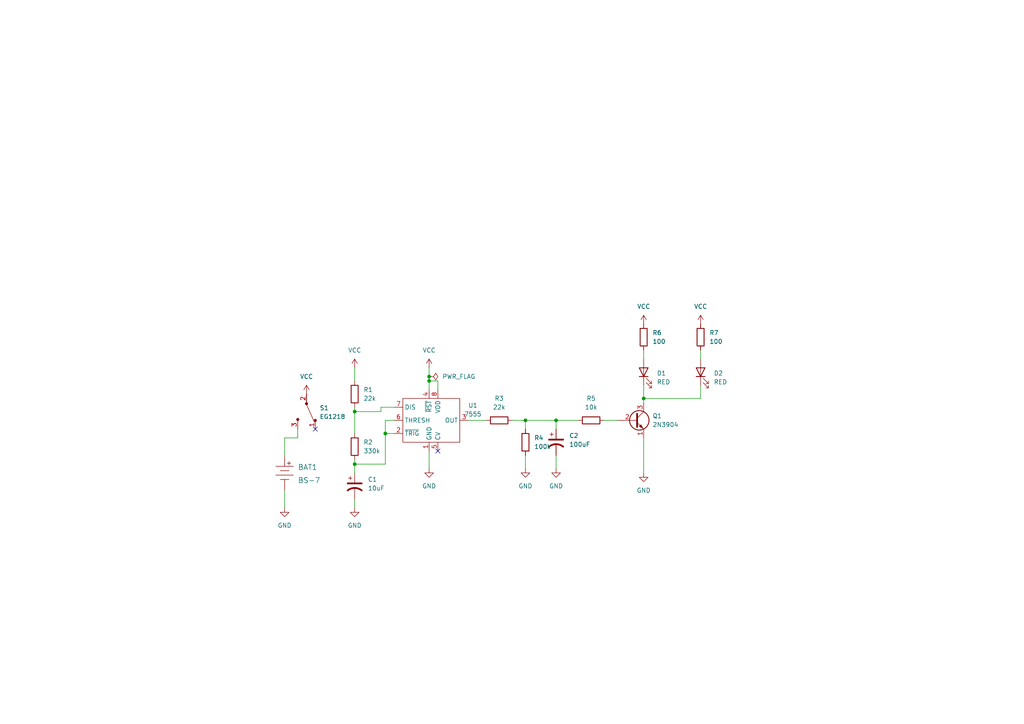
<source format=kicad_sch>
(kicad_sch (version 20211123) (generator eeschema)

  (uuid f2b5b883-ecee-4716-8107-39abb35f1981)

  (paper "A4")

  (title_block
    (title "555 Timer PTH")
    (date "2022-09-02")
    (rev "V1")
    (company "TU ECE 4110")
    (comment 1 "Rob L Bara")
    (comment 2 "Project 2")
  )

  (lib_symbols
    (symbol "555 Timer PTH:7555" (in_bom yes) (on_board yes)
      (property "Reference" "U1" (id 0) (at -6.35 5.08 0)
        (effects (font (size 1.27 1.27)))
      )
      (property "Value" "7555" (id 1) (at 6.35 -10.16 0)
        (effects (font (size 1.27 1.27)))
      )
      (property "Footprint" "" (id 2) (at 0 0 0)
        (effects (font (size 1.27 1.27)) hide)
      )
      (property "Datasheet" "" (id 3) (at 0 0 0)
        (effects (font (size 1.27 1.27)) hide)
      )
      (symbol "7555_0_1"
        (rectangle (start -7.62 3.81) (end 8.89 -8.89)
          (stroke (width 0) (type default) (color 0 0 0 0))
          (fill (type none))
        )
      )
      (symbol "7555_1_1"
        (pin input line (at 0 -11.43 90) (length 2.54)
          (name "GND" (effects (font (size 1.27 1.27))))
          (number "1" (effects (font (size 1.27 1.27))))
        )
        (pin input line (at -10.16 -6.35 0) (length 2.54)
          (name "~{TRIG}" (effects (font (size 1.27 1.27))))
          (number "2" (effects (font (size 1.27 1.27))))
        )
        (pin output line (at 11.43 -2.54 180) (length 2.54)
          (name "OUT" (effects (font (size 1.27 1.27))))
          (number "3" (effects (font (size 1.27 1.27))))
        )
        (pin input line (at 0 6.35 270) (length 2.54)
          (name "~{RST}" (effects (font (size 1.27 1.27))))
          (number "4" (effects (font (size 1.27 1.27))))
        )
        (pin input line (at 2.54 -11.43 90) (length 2.54)
          (name "CV" (effects (font (size 1.27 1.27))))
          (number "5" (effects (font (size 1.27 1.27))))
        )
        (pin input line (at -10.16 -2.54 0) (length 2.54)
          (name "THRESH" (effects (font (size 1.27 1.27))))
          (number "6" (effects (font (size 1.27 1.27))))
        )
        (pin input line (at -10.16 1.27 0) (length 2.54)
          (name "DIS" (effects (font (size 1.27 1.27))))
          (number "7" (effects (font (size 1.27 1.27))))
        )
        (pin input line (at 2.54 6.35 270) (length 2.54)
          (name "VDD" (effects (font (size 1.27 1.27))))
          (number "8" (effects (font (size 1.27 1.27))))
        )
      )
    )
    (symbol "Device:C_Polarized_US" (pin_numbers hide) (pin_names (offset 0.254) hide) (in_bom yes) (on_board yes)
      (property "Reference" "C" (id 0) (at 0.635 2.54 0)
        (effects (font (size 1.27 1.27)) (justify left))
      )
      (property "Value" "C_Polarized_US" (id 1) (at 0.635 -2.54 0)
        (effects (font (size 1.27 1.27)) (justify left))
      )
      (property "Footprint" "" (id 2) (at 0 0 0)
        (effects (font (size 1.27 1.27)) hide)
      )
      (property "Datasheet" "~" (id 3) (at 0 0 0)
        (effects (font (size 1.27 1.27)) hide)
      )
      (property "ki_keywords" "cap capacitor" (id 4) (at 0 0 0)
        (effects (font (size 1.27 1.27)) hide)
      )
      (property "ki_description" "Polarized capacitor, US symbol" (id 5) (at 0 0 0)
        (effects (font (size 1.27 1.27)) hide)
      )
      (property "ki_fp_filters" "CP_*" (id 6) (at 0 0 0)
        (effects (font (size 1.27 1.27)) hide)
      )
      (symbol "C_Polarized_US_0_1"
        (polyline
          (pts
            (xy -2.032 0.762)
            (xy 2.032 0.762)
          )
          (stroke (width 0.508) (type default) (color 0 0 0 0))
          (fill (type none))
        )
        (polyline
          (pts
            (xy -1.778 2.286)
            (xy -0.762 2.286)
          )
          (stroke (width 0) (type default) (color 0 0 0 0))
          (fill (type none))
        )
        (polyline
          (pts
            (xy -1.27 1.778)
            (xy -1.27 2.794)
          )
          (stroke (width 0) (type default) (color 0 0 0 0))
          (fill (type none))
        )
        (arc (start 2.032 -1.27) (mid 0 -0.5572) (end -2.032 -1.27)
          (stroke (width 0.508) (type default) (color 0 0 0 0))
          (fill (type none))
        )
      )
      (symbol "C_Polarized_US_1_1"
        (pin passive line (at 0 3.81 270) (length 2.794)
          (name "~" (effects (font (size 1.27 1.27))))
          (number "1" (effects (font (size 1.27 1.27))))
        )
        (pin passive line (at 0 -3.81 90) (length 3.302)
          (name "~" (effects (font (size 1.27 1.27))))
          (number "2" (effects (font (size 1.27 1.27))))
        )
      )
    )
    (symbol "Device:LED" (pin_numbers hide) (pin_names (offset 1.016) hide) (in_bom yes) (on_board yes)
      (property "Reference" "D" (id 0) (at 0 2.54 0)
        (effects (font (size 1.27 1.27)))
      )
      (property "Value" "LED" (id 1) (at 0 -2.54 0)
        (effects (font (size 1.27 1.27)))
      )
      (property "Footprint" "" (id 2) (at 0 0 0)
        (effects (font (size 1.27 1.27)) hide)
      )
      (property "Datasheet" "~" (id 3) (at 0 0 0)
        (effects (font (size 1.27 1.27)) hide)
      )
      (property "ki_keywords" "LED diode" (id 4) (at 0 0 0)
        (effects (font (size 1.27 1.27)) hide)
      )
      (property "ki_description" "Light emitting diode" (id 5) (at 0 0 0)
        (effects (font (size 1.27 1.27)) hide)
      )
      (property "ki_fp_filters" "LED* LED_SMD:* LED_THT:*" (id 6) (at 0 0 0)
        (effects (font (size 1.27 1.27)) hide)
      )
      (symbol "LED_0_1"
        (polyline
          (pts
            (xy -1.27 -1.27)
            (xy -1.27 1.27)
          )
          (stroke (width 0.254) (type default) (color 0 0 0 0))
          (fill (type none))
        )
        (polyline
          (pts
            (xy -1.27 0)
            (xy 1.27 0)
          )
          (stroke (width 0) (type default) (color 0 0 0 0))
          (fill (type none))
        )
        (polyline
          (pts
            (xy 1.27 -1.27)
            (xy 1.27 1.27)
            (xy -1.27 0)
            (xy 1.27 -1.27)
          )
          (stroke (width 0.254) (type default) (color 0 0 0 0))
          (fill (type none))
        )
        (polyline
          (pts
            (xy -3.048 -0.762)
            (xy -4.572 -2.286)
            (xy -3.81 -2.286)
            (xy -4.572 -2.286)
            (xy -4.572 -1.524)
          )
          (stroke (width 0) (type default) (color 0 0 0 0))
          (fill (type none))
        )
        (polyline
          (pts
            (xy -1.778 -0.762)
            (xy -3.302 -2.286)
            (xy -2.54 -2.286)
            (xy -3.302 -2.286)
            (xy -3.302 -1.524)
          )
          (stroke (width 0) (type default) (color 0 0 0 0))
          (fill (type none))
        )
      )
      (symbol "LED_1_1"
        (pin passive line (at -3.81 0 0) (length 2.54)
          (name "K" (effects (font (size 1.27 1.27))))
          (number "1" (effects (font (size 1.27 1.27))))
        )
        (pin passive line (at 3.81 0 180) (length 2.54)
          (name "A" (effects (font (size 1.27 1.27))))
          (number "2" (effects (font (size 1.27 1.27))))
        )
      )
    )
    (symbol "Device:R" (pin_numbers hide) (pin_names (offset 0)) (in_bom yes) (on_board yes)
      (property "Reference" "R" (id 0) (at 2.032 0 90)
        (effects (font (size 1.27 1.27)))
      )
      (property "Value" "R" (id 1) (at 0 0 90)
        (effects (font (size 1.27 1.27)))
      )
      (property "Footprint" "" (id 2) (at -1.778 0 90)
        (effects (font (size 1.27 1.27)) hide)
      )
      (property "Datasheet" "~" (id 3) (at 0 0 0)
        (effects (font (size 1.27 1.27)) hide)
      )
      (property "ki_keywords" "R res resistor" (id 4) (at 0 0 0)
        (effects (font (size 1.27 1.27)) hide)
      )
      (property "ki_description" "Resistor" (id 5) (at 0 0 0)
        (effects (font (size 1.27 1.27)) hide)
      )
      (property "ki_fp_filters" "R_*" (id 6) (at 0 0 0)
        (effects (font (size 1.27 1.27)) hide)
      )
      (symbol "R_0_1"
        (rectangle (start -1.016 -2.54) (end 1.016 2.54)
          (stroke (width 0.254) (type default) (color 0 0 0 0))
          (fill (type none))
        )
      )
      (symbol "R_1_1"
        (pin passive line (at 0 3.81 270) (length 1.27)
          (name "~" (effects (font (size 1.27 1.27))))
          (number "1" (effects (font (size 1.27 1.27))))
        )
        (pin passive line (at 0 -3.81 90) (length 1.27)
          (name "~" (effects (font (size 1.27 1.27))))
          (number "2" (effects (font (size 1.27 1.27))))
        )
      )
    )
    (symbol "Transistor_BJT:2N3904" (pin_names (offset 0) hide) (in_bom yes) (on_board yes)
      (property "Reference" "Q" (id 0) (at 5.08 1.905 0)
        (effects (font (size 1.27 1.27)) (justify left))
      )
      (property "Value" "2N3904" (id 1) (at 5.08 0 0)
        (effects (font (size 1.27 1.27)) (justify left))
      )
      (property "Footprint" "Package_TO_SOT_THT:TO-92_Inline" (id 2) (at 5.08 -1.905 0)
        (effects (font (size 1.27 1.27) italic) (justify left) hide)
      )
      (property "Datasheet" "https://www.onsemi.com/pub/Collateral/2N3903-D.PDF" (id 3) (at 0 0 0)
        (effects (font (size 1.27 1.27)) (justify left) hide)
      )
      (property "ki_keywords" "NPN Transistor" (id 4) (at 0 0 0)
        (effects (font (size 1.27 1.27)) hide)
      )
      (property "ki_description" "0.2A Ic, 40V Vce, Small Signal NPN Transistor, TO-92" (id 5) (at 0 0 0)
        (effects (font (size 1.27 1.27)) hide)
      )
      (property "ki_fp_filters" "TO?92*" (id 6) (at 0 0 0)
        (effects (font (size 1.27 1.27)) hide)
      )
      (symbol "2N3904_0_1"
        (polyline
          (pts
            (xy 0.635 0.635)
            (xy 2.54 2.54)
          )
          (stroke (width 0) (type default) (color 0 0 0 0))
          (fill (type none))
        )
        (polyline
          (pts
            (xy 0.635 -0.635)
            (xy 2.54 -2.54)
            (xy 2.54 -2.54)
          )
          (stroke (width 0) (type default) (color 0 0 0 0))
          (fill (type none))
        )
        (polyline
          (pts
            (xy 0.635 1.905)
            (xy 0.635 -1.905)
            (xy 0.635 -1.905)
          )
          (stroke (width 0.508) (type default) (color 0 0 0 0))
          (fill (type none))
        )
        (polyline
          (pts
            (xy 1.27 -1.778)
            (xy 1.778 -1.27)
            (xy 2.286 -2.286)
            (xy 1.27 -1.778)
            (xy 1.27 -1.778)
          )
          (stroke (width 0) (type default) (color 0 0 0 0))
          (fill (type outline))
        )
        (circle (center 1.27 0) (radius 2.8194)
          (stroke (width 0.254) (type default) (color 0 0 0 0))
          (fill (type none))
        )
      )
      (symbol "2N3904_1_1"
        (pin passive line (at 2.54 -5.08 90) (length 2.54)
          (name "E" (effects (font (size 1.27 1.27))))
          (number "1" (effects (font (size 1.27 1.27))))
        )
        (pin passive line (at -5.08 0 0) (length 5.715)
          (name "B" (effects (font (size 1.27 1.27))))
          (number "2" (effects (font (size 1.27 1.27))))
        )
        (pin passive line (at 2.54 5.08 270) (length 2.54)
          (name "C" (effects (font (size 1.27 1.27))))
          (number "3" (effects (font (size 1.27 1.27))))
        )
      )
    )
    (symbol "dk_Battery-Holders-Clips-Contacts:BS-7" (pin_numbers hide) (pin_names (offset 1.016)) (in_bom yes) (on_board yes)
      (property "Reference" "BAT" (id 0) (at -1.27 3.81 0)
        (effects (font (size 1.524 1.524)) (justify right))
      )
      (property "Value" "BS-7" (id 1) (at -1.27 -3.81 0)
        (effects (font (size 1.524 1.524)) (justify right))
      )
      (property "Footprint" "digikey-footprints:Battery_Holder_Coin_2032_BS-7" (id 2) (at 5.08 5.08 0)
        (effects (font (size 1.524 1.524)) (justify left) hide)
      )
      (property "Datasheet" "http://www.memoryprotectiondevices.com/datasheets/BS-7-datasheet.pdf" (id 3) (at 5.08 7.62 90)
        (effects (font (size 1.524 1.524)) (justify left) hide)
      )
      (property "Digi-Key_PN" "BS-7-ND" (id 4) (at 5.08 10.16 0)
        (effects (font (size 1.524 1.524)) (justify left) hide)
      )
      (property "MPN" "BS-7" (id 5) (at 5.08 12.7 0)
        (effects (font (size 1.524 1.524)) (justify left) hide)
      )
      (property "Category" "Battery Products" (id 6) (at 5.08 15.24 0)
        (effects (font (size 1.524 1.524)) (justify left) hide)
      )
      (property "Family" "Battery Holders, Clips, Contacts" (id 7) (at 5.08 17.78 0)
        (effects (font (size 1.524 1.524)) (justify left) hide)
      )
      (property "DK_Datasheet_Link" "http://www.memoryprotectiondevices.com/datasheets/BS-7-datasheet.pdf" (id 8) (at 5.08 20.32 0)
        (effects (font (size 1.524 1.524)) (justify left) hide)
      )
      (property "DK_Detail_Page" "/product-detail/en/mpd-memory-protection-devices/BS-7/BS-7-ND/389447" (id 9) (at 5.08 22.86 0)
        (effects (font (size 1.524 1.524)) (justify left) hide)
      )
      (property "Description" "BATTERY HOLDER COIN 20MM PC PIN" (id 10) (at 5.08 25.4 0)
        (effects (font (size 1.524 1.524)) (justify left) hide)
      )
      (property "Manufacturer" "MPD (Memory Protection Devices)" (id 11) (at 5.08 27.94 0)
        (effects (font (size 1.524 1.524)) (justify left) hide)
      )
      (property "Status" "Active" (id 12) (at 5.08 30.48 0)
        (effects (font (size 1.524 1.524)) (justify left) hide)
      )
      (property "ki_keywords" "BS-7-ND" (id 13) (at 0 0 0)
        (effects (font (size 1.27 1.27)) hide)
      )
      (property "ki_description" "BATTERY HOLDER COIN 20MM PC PIN" (id 14) (at 0 0 0)
        (effects (font (size 1.27 1.27)) hide)
      )
      (symbol "BS-7_1_1"
        (polyline
          (pts
            (xy 0 -2.54)
            (xy 0 -1.905)
          )
          (stroke (width 0) (type default) (color 0 0 0 0))
          (fill (type none))
        )
        (polyline
          (pts
            (xy 0 1.905)
            (xy 0 2.54)
          )
          (stroke (width 0) (type default) (color 0 0 0 0))
          (fill (type none))
        )
        (polyline
          (pts
            (xy 1.27 -1.905)
            (xy -1.27 -1.905)
          )
          (stroke (width 0) (type default) (color 0 0 0 0))
          (fill (type none))
        )
        (polyline
          (pts
            (xy 1.27 0.635)
            (xy -1.27 0.635)
          )
          (stroke (width 0) (type default) (color 0 0 0 0))
          (fill (type none))
        )
        (polyline
          (pts
            (xy 1.27 2.286)
            (xy 1.27 3.302)
          )
          (stroke (width 0) (type default) (color 0 0 0 0))
          (fill (type none))
        )
        (polyline
          (pts
            (xy 1.778 2.794)
            (xy 0.762 2.794)
          )
          (stroke (width 0) (type default) (color 0 0 0 0))
          (fill (type none))
        )
        (polyline
          (pts
            (xy 2.54 -0.635)
            (xy -2.54 -0.635)
          )
          (stroke (width 0) (type default) (color 0 0 0 0))
          (fill (type none))
        )
        (polyline
          (pts
            (xy 2.54 1.905)
            (xy -2.54 1.905)
          )
          (stroke (width 0) (type default) (color 0 0 0 0))
          (fill (type none))
        )
        (pin power_out line (at 0 -5.08 90) (length 2.54)
          (name "~" (effects (font (size 1.27 1.27))))
          (number "Neg" (effects (font (size 1.27 1.27))))
        )
        (pin power_out line (at 0 5.08 270) (length 2.54)
          (name "~" (effects (font (size 1.27 1.27))))
          (number "Pos" (effects (font (size 1.27 1.27))))
        )
      )
    )
    (symbol "dk_Slide-Switches:EG1218" (pin_names (offset 0)) (in_bom yes) (on_board yes)
      (property "Reference" "S" (id 0) (at -3.81 2.286 0)
        (effects (font (size 1.27 1.27)))
      )
      (property "Value" "EG1218" (id 1) (at 0 -5.334 0)
        (effects (font (size 1.27 1.27)))
      )
      (property "Footprint" "digikey-footprints:Switch_Slide_11.6x4mm_EG1218" (id 2) (at 5.08 5.08 0)
        (effects (font (size 1.27 1.27)) (justify left) hide)
      )
      (property "Datasheet" "http://spec_sheets.e-switch.com/specs/P040040.pdf" (id 3) (at 5.08 7.62 0)
        (effects (font (size 1.524 1.524)) (justify left) hide)
      )
      (property "Digi-Key_PN" "EG1903-ND" (id 4) (at 5.08 10.16 0)
        (effects (font (size 1.524 1.524)) (justify left) hide)
      )
      (property "MPN" "EG1218" (id 5) (at 5.08 12.7 0)
        (effects (font (size 1.524 1.524)) (justify left) hide)
      )
      (property "Category" "Switches" (id 6) (at 5.08 15.24 0)
        (effects (font (size 1.524 1.524)) (justify left) hide)
      )
      (property "Family" "Slide Switches" (id 7) (at 5.08 17.78 0)
        (effects (font (size 1.524 1.524)) (justify left) hide)
      )
      (property "DK_Datasheet_Link" "http://spec_sheets.e-switch.com/specs/P040040.pdf" (id 8) (at 5.08 20.32 0)
        (effects (font (size 1.524 1.524)) (justify left) hide)
      )
      (property "DK_Detail_Page" "/product-detail/en/e-switch/EG1218/EG1903-ND/101726" (id 9) (at 5.08 22.86 0)
        (effects (font (size 1.524 1.524)) (justify left) hide)
      )
      (property "Description" "SWITCH SLIDE SPDT 200MA 30V" (id 10) (at 5.08 25.4 0)
        (effects (font (size 1.524 1.524)) (justify left) hide)
      )
      (property "Manufacturer" "E-Switch" (id 11) (at 5.08 27.94 0)
        (effects (font (size 1.524 1.524)) (justify left) hide)
      )
      (property "Status" "Active" (id 12) (at 5.08 30.48 0)
        (effects (font (size 1.524 1.524)) (justify left) hide)
      )
      (property "ki_keywords" "EG1903-ND EG" (id 13) (at 0 0 0)
        (effects (font (size 1.27 1.27)) hide)
      )
      (property "ki_description" "SWITCH SLIDE SPDT 200MA 30V" (id 14) (at 0 0 0)
        (effects (font (size 1.27 1.27)) hide)
      )
      (symbol "EG1218_0_1"
        (circle (center -2.286 0) (radius 0.3556)
          (stroke (width 0) (type default) (color 0 0 0 0))
          (fill (type outline))
        )
        (polyline
          (pts
            (xy -2.032 0)
            (xy 3.048 2.286)
          )
          (stroke (width 0) (type default) (color 0 0 0 0))
          (fill (type none))
        )
        (circle (center 2.286 -2.54) (radius 0.3556)
          (stroke (width 0) (type default) (color 0 0 0 0))
          (fill (type outline))
        )
        (circle (center 2.54 2.54) (radius 0.3556)
          (stroke (width 0) (type default) (color 0 0 0 0))
          (fill (type outline))
        )
      )
      (symbol "EG1218_1_1"
        (pin passive line (at 5.08 2.54 180) (length 2.54)
          (name "~" (effects (font (size 1.27 1.27))))
          (number "1" (effects (font (size 1.27 1.27))))
        )
        (pin passive line (at -5.08 0 0) (length 2.54)
          (name "~" (effects (font (size 1.27 1.27))))
          (number "2" (effects (font (size 1.27 1.27))))
        )
        (pin passive line (at 5.08 -2.54 180) (length 2.54)
          (name "~" (effects (font (size 1.27 1.27))))
          (number "3" (effects (font (size 1.27 1.27))))
        )
      )
    )
    (symbol "power:GND" (power) (pin_names (offset 0)) (in_bom yes) (on_board yes)
      (property "Reference" "#PWR" (id 0) (at 0 -6.35 0)
        (effects (font (size 1.27 1.27)) hide)
      )
      (property "Value" "GND" (id 1) (at 0 -3.81 0)
        (effects (font (size 1.27 1.27)))
      )
      (property "Footprint" "" (id 2) (at 0 0 0)
        (effects (font (size 1.27 1.27)) hide)
      )
      (property "Datasheet" "" (id 3) (at 0 0 0)
        (effects (font (size 1.27 1.27)) hide)
      )
      (property "ki_keywords" "power-flag" (id 4) (at 0 0 0)
        (effects (font (size 1.27 1.27)) hide)
      )
      (property "ki_description" "Power symbol creates a global label with name \"GND\" , ground" (id 5) (at 0 0 0)
        (effects (font (size 1.27 1.27)) hide)
      )
      (symbol "GND_0_1"
        (polyline
          (pts
            (xy 0 0)
            (xy 0 -1.27)
            (xy 1.27 -1.27)
            (xy 0 -2.54)
            (xy -1.27 -1.27)
            (xy 0 -1.27)
          )
          (stroke (width 0) (type default) (color 0 0 0 0))
          (fill (type none))
        )
      )
      (symbol "GND_1_1"
        (pin power_in line (at 0 0 270) (length 0) hide
          (name "GND" (effects (font (size 1.27 1.27))))
          (number "1" (effects (font (size 1.27 1.27))))
        )
      )
    )
    (symbol "power:PWR_FLAG" (power) (pin_numbers hide) (pin_names (offset 0) hide) (in_bom yes) (on_board yes)
      (property "Reference" "#FLG" (id 0) (at 0 1.905 0)
        (effects (font (size 1.27 1.27)) hide)
      )
      (property "Value" "PWR_FLAG" (id 1) (at 0 3.81 0)
        (effects (font (size 1.27 1.27)))
      )
      (property "Footprint" "" (id 2) (at 0 0 0)
        (effects (font (size 1.27 1.27)) hide)
      )
      (property "Datasheet" "~" (id 3) (at 0 0 0)
        (effects (font (size 1.27 1.27)) hide)
      )
      (property "ki_keywords" "power-flag" (id 4) (at 0 0 0)
        (effects (font (size 1.27 1.27)) hide)
      )
      (property "ki_description" "Special symbol for telling ERC where power comes from" (id 5) (at 0 0 0)
        (effects (font (size 1.27 1.27)) hide)
      )
      (symbol "PWR_FLAG_0_0"
        (pin power_out line (at 0 0 90) (length 0)
          (name "pwr" (effects (font (size 1.27 1.27))))
          (number "1" (effects (font (size 1.27 1.27))))
        )
      )
      (symbol "PWR_FLAG_0_1"
        (polyline
          (pts
            (xy 0 0)
            (xy 0 1.27)
            (xy -1.016 1.905)
            (xy 0 2.54)
            (xy 1.016 1.905)
            (xy 0 1.27)
          )
          (stroke (width 0) (type default) (color 0 0 0 0))
          (fill (type none))
        )
      )
    )
    (symbol "power:VCC" (power) (pin_names (offset 0)) (in_bom yes) (on_board yes)
      (property "Reference" "#PWR" (id 0) (at 0 -3.81 0)
        (effects (font (size 1.27 1.27)) hide)
      )
      (property "Value" "VCC" (id 1) (at 0 3.81 0)
        (effects (font (size 1.27 1.27)))
      )
      (property "Footprint" "" (id 2) (at 0 0 0)
        (effects (font (size 1.27 1.27)) hide)
      )
      (property "Datasheet" "" (id 3) (at 0 0 0)
        (effects (font (size 1.27 1.27)) hide)
      )
      (property "ki_keywords" "power-flag" (id 4) (at 0 0 0)
        (effects (font (size 1.27 1.27)) hide)
      )
      (property "ki_description" "Power symbol creates a global label with name \"VCC\"" (id 5) (at 0 0 0)
        (effects (font (size 1.27 1.27)) hide)
      )
      (symbol "VCC_0_1"
        (polyline
          (pts
            (xy -0.762 1.27)
            (xy 0 2.54)
          )
          (stroke (width 0) (type default) (color 0 0 0 0))
          (fill (type none))
        )
        (polyline
          (pts
            (xy 0 0)
            (xy 0 2.54)
          )
          (stroke (width 0) (type default) (color 0 0 0 0))
          (fill (type none))
        )
        (polyline
          (pts
            (xy 0 2.54)
            (xy 0.762 1.27)
          )
          (stroke (width 0) (type default) (color 0 0 0 0))
          (fill (type none))
        )
      )
      (symbol "VCC_1_1"
        (pin power_in line (at 0 0 90) (length 0) hide
          (name "VCC" (effects (font (size 1.27 1.27))))
          (number "1" (effects (font (size 1.27 1.27))))
        )
      )
    )
  )

  (junction (at 102.87 119.38) (diameter 0) (color 0 0 0 0)
    (uuid 015d69b1-3688-468b-9d79-6d726991d06c)
  )
  (junction (at 124.46 110.49) (diameter 0) (color 0 0 0 0)
    (uuid 188ceb27-b2b4-4cbc-8d78-81740f97e629)
  )
  (junction (at 161.29 121.92) (diameter 0) (color 0 0 0 0)
    (uuid 1ed7a10d-3417-44e3-93a9-a3b81ee9410a)
  )
  (junction (at 102.87 134.62) (diameter 0) (color 0 0 0 0)
    (uuid 2171cc84-7418-426c-a11e-3b54619bdec3)
  )
  (junction (at 111.76 125.73) (diameter 0) (color 0 0 0 0)
    (uuid 3e7c0a5b-e44d-467d-b599-35ec7bfefd91)
  )
  (junction (at 124.46 109.22) (diameter 0) (color 0 0 0 0)
    (uuid 7252562f-6af0-4c91-8996-4d256522818e)
  )
  (junction (at 152.4 121.92) (diameter 0) (color 0 0 0 0)
    (uuid dd0fc7d8-366f-44ee-8c2c-6c95dfc436ce)
  )
  (junction (at 186.69 115.57) (diameter 0) (color 0 0 0 0)
    (uuid e0c367e4-fc18-426e-91a8-1184e38f4f1b)
  )

  (no_connect (at 127 130.81) (uuid 1072192a-6f1e-4417-8979-5ab97bcd87ff))
  (no_connect (at 91.44 124.46) (uuid 5ae0594c-809d-479e-a877-0b1002ca1a2c))

  (wire (pts (xy 102.87 134.62) (xy 102.87 133.35))
    (stroke (width 0) (type default) (color 0 0 0 0))
    (uuid 062b066b-f6b1-4d52-8cbe-b29ffd423052)
  )
  (wire (pts (xy 111.76 125.73) (xy 111.76 134.62))
    (stroke (width 0) (type default) (color 0 0 0 0))
    (uuid 0ee73a2a-e9a3-4e73-b499-07d427de35cc)
  )
  (wire (pts (xy 152.4 132.08) (xy 152.4 135.89))
    (stroke (width 0) (type default) (color 0 0 0 0))
    (uuid 147f9bf1-dc07-4585-ba3c-00369d17e586)
  )
  (wire (pts (xy 86.36 127) (xy 86.36 124.46))
    (stroke (width 0) (type default) (color 0 0 0 0))
    (uuid 1eeae7ad-e039-460d-92e5-688b82041684)
  )
  (wire (pts (xy 186.69 127) (xy 186.69 137.16))
    (stroke (width 0) (type default) (color 0 0 0 0))
    (uuid 2380f640-f129-402a-8f0b-136d7999aeae)
  )
  (wire (pts (xy 186.69 115.57) (xy 186.69 116.84))
    (stroke (width 0) (type default) (color 0 0 0 0))
    (uuid 2baeddc5-c58f-4aa0-aa01-0437b888647a)
  )
  (wire (pts (xy 114.3 118.11) (xy 110.49 118.11))
    (stroke (width 0) (type default) (color 0 0 0 0))
    (uuid 2bb4b78c-01b2-47f0-aeb5-1d5f22177c51)
  )
  (wire (pts (xy 111.76 134.62) (xy 102.87 134.62))
    (stroke (width 0) (type default) (color 0 0 0 0))
    (uuid 2d65f46b-78e2-4298-a613-ad4d9ee95b0f)
  )
  (wire (pts (xy 110.49 118.11) (xy 110.49 119.38))
    (stroke (width 0) (type default) (color 0 0 0 0))
    (uuid 30549548-48d7-441a-afe2-8fc0bfe0110d)
  )
  (wire (pts (xy 124.46 130.81) (xy 124.46 135.89))
    (stroke (width 0) (type default) (color 0 0 0 0))
    (uuid 30f159ae-13e9-4064-b8ae-2334a605edbf)
  )
  (wire (pts (xy 127 110.49) (xy 127 113.03))
    (stroke (width 0) (type default) (color 0 0 0 0))
    (uuid 389efa1c-5e0a-4147-af1e-4cda879e0c22)
  )
  (wire (pts (xy 124.46 110.49) (xy 127 110.49))
    (stroke (width 0) (type default) (color 0 0 0 0))
    (uuid 3cba83c1-e7bf-4a4b-a1fe-7a58e1f17c1d)
  )
  (wire (pts (xy 82.55 142.24) (xy 82.55 147.32))
    (stroke (width 0) (type default) (color 0 0 0 0))
    (uuid 3fa47861-52d8-4df9-9b1d-a73bb61a3b67)
  )
  (wire (pts (xy 114.3 121.92) (xy 111.76 121.92))
    (stroke (width 0) (type default) (color 0 0 0 0))
    (uuid 411f3a3e-2394-40c6-a2c1-593a2b2f131a)
  )
  (wire (pts (xy 102.87 118.11) (xy 102.87 119.38))
    (stroke (width 0) (type default) (color 0 0 0 0))
    (uuid 468efbed-1538-4907-bb18-60ff05fab3a8)
  )
  (wire (pts (xy 82.55 127) (xy 86.36 127))
    (stroke (width 0) (type default) (color 0 0 0 0))
    (uuid 4a157629-14e5-42bc-b002-9994784662fa)
  )
  (wire (pts (xy 161.29 124.46) (xy 161.29 121.92))
    (stroke (width 0) (type default) (color 0 0 0 0))
    (uuid 50c36822-4512-4585-ac88-a2ddbb9563c4)
  )
  (wire (pts (xy 203.2 111.76) (xy 203.2 115.57))
    (stroke (width 0) (type default) (color 0 0 0 0))
    (uuid 54d718a7-de38-4a92-954e-2421fbb09176)
  )
  (wire (pts (xy 114.3 125.73) (xy 111.76 125.73))
    (stroke (width 0) (type default) (color 0 0 0 0))
    (uuid 5abcd19e-2610-423d-ae15-87f7f59e57ef)
  )
  (wire (pts (xy 124.46 113.03) (xy 124.46 110.49))
    (stroke (width 0) (type default) (color 0 0 0 0))
    (uuid 6644d106-16d6-4c29-8f7e-8fdfc1dfa863)
  )
  (wire (pts (xy 110.49 119.38) (xy 102.87 119.38))
    (stroke (width 0) (type default) (color 0 0 0 0))
    (uuid 6c37fe27-c4da-4a91-9baf-840e4b9e3ade)
  )
  (wire (pts (xy 186.69 101.6) (xy 186.69 104.14))
    (stroke (width 0) (type default) (color 0 0 0 0))
    (uuid 73a0cc61-a44e-4229-acf2-b72e3df6e52c)
  )
  (wire (pts (xy 203.2 115.57) (xy 186.69 115.57))
    (stroke (width 0) (type default) (color 0 0 0 0))
    (uuid 745866b2-a579-465d-aeda-f445b47e6fc4)
  )
  (wire (pts (xy 82.55 132.08) (xy 82.55 127))
    (stroke (width 0) (type default) (color 0 0 0 0))
    (uuid 7738a6b3-abd7-4cc8-a77f-ea7077b1dd25)
  )
  (wire (pts (xy 111.76 121.92) (xy 111.76 125.73))
    (stroke (width 0) (type default) (color 0 0 0 0))
    (uuid 7d75dc1a-4070-4978-980c-420539a48a99)
  )
  (wire (pts (xy 148.59 121.92) (xy 152.4 121.92))
    (stroke (width 0) (type default) (color 0 0 0 0))
    (uuid 852242d3-f8e2-498b-b668-883d95201636)
  )
  (wire (pts (xy 203.2 104.14) (xy 203.2 101.6))
    (stroke (width 0) (type default) (color 0 0 0 0))
    (uuid 87181280-5138-4e48-94e3-0f1e6ae78caf)
  )
  (wire (pts (xy 161.29 132.08) (xy 161.29 135.89))
    (stroke (width 0) (type default) (color 0 0 0 0))
    (uuid 9137d1e3-270b-40bf-9cd9-346b292d18bc)
  )
  (wire (pts (xy 152.4 121.92) (xy 161.29 121.92))
    (stroke (width 0) (type default) (color 0 0 0 0))
    (uuid 93890c19-0a82-4ce9-bd1c-e61e54f3c84c)
  )
  (wire (pts (xy 124.46 110.49) (xy 124.46 109.22))
    (stroke (width 0) (type default) (color 0 0 0 0))
    (uuid a1ae9ca8-3d14-4d42-a211-700f686ede4e)
  )
  (wire (pts (xy 135.89 121.92) (xy 140.97 121.92))
    (stroke (width 0) (type default) (color 0 0 0 0))
    (uuid a1dcdef0-30f6-428b-ab80-dbebf5f1fb5c)
  )
  (wire (pts (xy 102.87 147.32) (xy 102.87 144.78))
    (stroke (width 0) (type default) (color 0 0 0 0))
    (uuid a2599fa5-e107-4275-b922-5c18029f4048)
  )
  (wire (pts (xy 102.87 137.16) (xy 102.87 134.62))
    (stroke (width 0) (type default) (color 0 0 0 0))
    (uuid a4256863-d9b7-47cb-937c-384d72dc958a)
  )
  (wire (pts (xy 102.87 106.68) (xy 102.87 110.49))
    (stroke (width 0) (type default) (color 0 0 0 0))
    (uuid a49f3841-5280-4655-a27b-6587185ec2aa)
  )
  (wire (pts (xy 186.69 111.76) (xy 186.69 115.57))
    (stroke (width 0) (type default) (color 0 0 0 0))
    (uuid b0ee983e-926e-4b7a-8e6e-2f64abbc1124)
  )
  (wire (pts (xy 102.87 119.38) (xy 102.87 125.73))
    (stroke (width 0) (type default) (color 0 0 0 0))
    (uuid ca2e9db2-597c-48e3-8651-28f14746918b)
  )
  (wire (pts (xy 124.46 109.22) (xy 124.46 106.68))
    (stroke (width 0) (type default) (color 0 0 0 0))
    (uuid d948b0e7-8faf-4e25-8c99-766fb185af31)
  )
  (wire (pts (xy 175.26 121.92) (xy 179.07 121.92))
    (stroke (width 0) (type default) (color 0 0 0 0))
    (uuid e42fa926-28ea-4bef-b188-92ad0d9038b8)
  )
  (wire (pts (xy 161.29 121.92) (xy 167.64 121.92))
    (stroke (width 0) (type default) (color 0 0 0 0))
    (uuid f00b116b-37f0-4f40-8fbd-a14e524fc876)
  )
  (wire (pts (xy 152.4 124.46) (xy 152.4 121.92))
    (stroke (width 0) (type default) (color 0 0 0 0))
    (uuid f460c657-27c2-4423-896c-4b76d69fef44)
  )

  (symbol (lib_id "Device:R") (at 186.69 97.79 0) (unit 1)
    (in_bom yes) (on_board yes) (fields_autoplaced)
    (uuid 0db70824-02eb-4838-8d55-953f3b2243c2)
    (property "Reference" "R6" (id 0) (at 189.23 96.5199 0)
      (effects (font (size 1.27 1.27)) (justify left))
    )
    (property "Value" "100" (id 1) (at 189.23 99.0599 0)
      (effects (font (size 1.27 1.27)) (justify left))
    )
    (property "Footprint" "Resistor_THT:R_Axial_DIN0207_L6.3mm_D2.5mm_P7.62mm_Horizontal" (id 2) (at 184.912 97.79 90)
      (effects (font (size 1.27 1.27)) hide)
    )
    (property "Datasheet" "~" (id 3) (at 186.69 97.79 0)
      (effects (font (size 1.27 1.27)) hide)
    )
    (pin "1" (uuid 818e61aa-541f-4f3b-b7ad-9ef286e6841c))
    (pin "2" (uuid 845e6018-045e-4606-b78e-98433caaec4e))
  )

  (symbol (lib_id "dk_Slide-Switches:EG1218") (at 88.9 119.38 270) (unit 1)
    (in_bom yes) (on_board yes) (fields_autoplaced)
    (uuid 11b33af4-6126-44f3-a223-2d0e2e9a7f9a)
    (property "Reference" "S1" (id 0) (at 92.71 118.3131 90)
      (effects (font (size 1.27 1.27)) (justify left))
    )
    (property "Value" "EG1218" (id 1) (at 92.71 120.8531 90)
      (effects (font (size 1.27 1.27)) (justify left))
    )
    (property "Footprint" "digikey-footprints:Switch_Slide_11.6x4mm_EG1218" (id 2) (at 93.98 124.46 0)
      (effects (font (size 1.27 1.27)) (justify left) hide)
    )
    (property "Datasheet" "http://spec_sheets.e-switch.com/specs/P040040.pdf" (id 3) (at 96.52 124.46 0)
      (effects (font (size 1.524 1.524)) (justify left) hide)
    )
    (property "Digi-Key_PN" "EG1903-ND" (id 4) (at 99.06 124.46 0)
      (effects (font (size 1.524 1.524)) (justify left) hide)
    )
    (property "MPN" "EG1218" (id 5) (at 101.6 124.46 0)
      (effects (font (size 1.524 1.524)) (justify left) hide)
    )
    (property "Category" "Switches" (id 6) (at 104.14 124.46 0)
      (effects (font (size 1.524 1.524)) (justify left) hide)
    )
    (property "Family" "Slide Switches" (id 7) (at 106.68 124.46 0)
      (effects (font (size 1.524 1.524)) (justify left) hide)
    )
    (property "DK_Datasheet_Link" "http://spec_sheets.e-switch.com/specs/P040040.pdf" (id 8) (at 109.22 124.46 0)
      (effects (font (size 1.524 1.524)) (justify left) hide)
    )
    (property "DK_Detail_Page" "/product-detail/en/e-switch/EG1218/EG1903-ND/101726" (id 9) (at 111.76 124.46 0)
      (effects (font (size 1.524 1.524)) (justify left) hide)
    )
    (property "Description" "SWITCH SLIDE SPDT 200MA 30V" (id 10) (at 114.3 124.46 0)
      (effects (font (size 1.524 1.524)) (justify left) hide)
    )
    (property "Manufacturer" "E-Switch" (id 11) (at 116.84 124.46 0)
      (effects (font (size 1.524 1.524)) (justify left) hide)
    )
    (property "Status" "Active" (id 12) (at 119.38 124.46 0)
      (effects (font (size 1.524 1.524)) (justify left) hide)
    )
    (pin "1" (uuid f00e74db-66c1-4cd1-9d30-eb568ed13035))
    (pin "2" (uuid 214144ec-af5b-484c-972c-ef66fff30302))
    (pin "3" (uuid 7021d598-a613-4106-80f7-8b0d4b3f515a))
  )

  (symbol (lib_id "power:VCC") (at 124.46 106.68 0) (unit 1)
    (in_bom yes) (on_board yes) (fields_autoplaced)
    (uuid 14d05efe-6f31-4d4e-ab5b-23cfd950bfc5)
    (property "Reference" "#PWR0104" (id 0) (at 124.46 110.49 0)
      (effects (font (size 1.27 1.27)) hide)
    )
    (property "Value" "VCC" (id 1) (at 124.46 101.6 0))
    (property "Footprint" "" (id 2) (at 124.46 106.68 0)
      (effects (font (size 1.27 1.27)) hide)
    )
    (property "Datasheet" "" (id 3) (at 124.46 106.68 0)
      (effects (font (size 1.27 1.27)) hide)
    )
    (pin "1" (uuid 05971a98-2ac2-46e2-a41f-6fd03c99d358))
  )

  (symbol (lib_id "Device:C_Polarized_US") (at 102.87 140.97 0) (unit 1)
    (in_bom yes) (on_board yes) (fields_autoplaced)
    (uuid 16f76c3a-2891-46c3-8539-866c3c4d3a38)
    (property "Reference" "C1" (id 0) (at 106.68 139.0649 0)
      (effects (font (size 1.27 1.27)) (justify left))
    )
    (property "Value" "10uF" (id 1) (at 106.68 141.6049 0)
      (effects (font (size 1.27 1.27)) (justify left))
    )
    (property "Footprint" "Capacitor_THT:CP_Radial_D5.0mm_P2.00mm" (id 2) (at 102.87 140.97 0)
      (effects (font (size 1.27 1.27)) hide)
    )
    (property "Datasheet" "~" (id 3) (at 102.87 140.97 0)
      (effects (font (size 1.27 1.27)) hide)
    )
    (pin "1" (uuid 7b0cfd3d-2bb7-4823-ae9a-d6fe274c8912))
    (pin "2" (uuid d714f683-4785-485b-a8ff-ba220e8fd2b8))
  )

  (symbol (lib_id "Device:R") (at 102.87 114.3 0) (unit 1)
    (in_bom yes) (on_board yes) (fields_autoplaced)
    (uuid 1b860d24-c7de-4d70-ad59-6e30238d22ac)
    (property "Reference" "R1" (id 0) (at 105.41 113.0299 0)
      (effects (font (size 1.27 1.27)) (justify left))
    )
    (property "Value" "22k" (id 1) (at 105.41 115.5699 0)
      (effects (font (size 1.27 1.27)) (justify left))
    )
    (property "Footprint" "Resistor_THT:R_Axial_DIN0207_L6.3mm_D2.5mm_P7.62mm_Horizontal" (id 2) (at 101.092 114.3 90)
      (effects (font (size 1.27 1.27)) hide)
    )
    (property "Datasheet" "~" (id 3) (at 102.87 114.3 0)
      (effects (font (size 1.27 1.27)) hide)
    )
    (pin "1" (uuid 693968df-d7c2-4d0e-bea7-0125cb24cd7a))
    (pin "2" (uuid 0f293567-c871-4432-be41-306a7ed55dd9))
  )

  (symbol (lib_id "Transistor_BJT:2N3904") (at 184.15 121.92 0) (unit 1)
    (in_bom yes) (on_board yes) (fields_autoplaced)
    (uuid 2320f563-7d70-4d11-814f-e23c0d4253a6)
    (property "Reference" "Q1" (id 0) (at 189.23 120.6499 0)
      (effects (font (size 1.27 1.27)) (justify left))
    )
    (property "Value" "2N3904" (id 1) (at 189.23 123.1899 0)
      (effects (font (size 1.27 1.27)) (justify left))
    )
    (property "Footprint" "Package_TO_SOT_THT:TO-92_Inline" (id 2) (at 189.23 123.825 0)
      (effects (font (size 1.27 1.27) italic) (justify left) hide)
    )
    (property "Datasheet" "https://www.onsemi.com/pub/Collateral/2N3903-D.PDF" (id 3) (at 184.15 121.92 0)
      (effects (font (size 1.27 1.27)) (justify left) hide)
    )
    (pin "1" (uuid 7142d631-575b-42ea-9f81-7802c557460e))
    (pin "2" (uuid 6c2e0d02-e1f7-499f-8e3a-b1aaec967727))
    (pin "3" (uuid c53e5ec3-5f53-45d1-83f3-e25f63cfb246))
  )

  (symbol (lib_id "power:VCC") (at 203.2 93.98 0) (unit 1)
    (in_bom yes) (on_board yes) (fields_autoplaced)
    (uuid 3542a0eb-1fb9-45d7-9e00-c8d89ca189ef)
    (property "Reference" "#PWR0111" (id 0) (at 203.2 97.79 0)
      (effects (font (size 1.27 1.27)) hide)
    )
    (property "Value" "VCC" (id 1) (at 203.2 88.9 0))
    (property "Footprint" "" (id 2) (at 203.2 93.98 0)
      (effects (font (size 1.27 1.27)) hide)
    )
    (property "Datasheet" "" (id 3) (at 203.2 93.98 0)
      (effects (font (size 1.27 1.27)) hide)
    )
    (pin "1" (uuid c8df49c3-5db8-4616-8701-88f3384ea4fb))
  )

  (symbol (lib_id "dk_Battery-Holders-Clips-Contacts:BS-7") (at 82.55 137.16 0) (unit 1)
    (in_bom yes) (on_board yes) (fields_autoplaced)
    (uuid 3c1ac697-280d-4b48-a813-85388fb33e2f)
    (property "Reference" "BAT1" (id 0) (at 86.36 135.509 0)
      (effects (font (size 1.524 1.524)) (justify left))
    )
    (property "Value" "BS-7" (id 1) (at 86.36 139.319 0)
      (effects (font (size 1.524 1.524)) (justify left))
    )
    (property "Footprint" "digikey-footprints:Battery_Holder_Coin_2032_BS-7" (id 2) (at 87.63 132.08 0)
      (effects (font (size 1.524 1.524)) (justify left) hide)
    )
    (property "Datasheet" "http://www.memoryprotectiondevices.com/datasheets/BS-7-datasheet.pdf" (id 3) (at 87.63 129.54 90)
      (effects (font (size 1.524 1.524)) (justify left) hide)
    )
    (property "Digi-Key_PN" "BS-7-ND" (id 4) (at 87.63 127 0)
      (effects (font (size 1.524 1.524)) (justify left) hide)
    )
    (property "MPN" "BS-7" (id 5) (at 87.63 124.46 0)
      (effects (font (size 1.524 1.524)) (justify left) hide)
    )
    (property "Category" "Battery Products" (id 6) (at 87.63 121.92 0)
      (effects (font (size 1.524 1.524)) (justify left) hide)
    )
    (property "Family" "Battery Holders, Clips, Contacts" (id 7) (at 87.63 119.38 0)
      (effects (font (size 1.524 1.524)) (justify left) hide)
    )
    (property "DK_Datasheet_Link" "http://www.memoryprotectiondevices.com/datasheets/BS-7-datasheet.pdf" (id 8) (at 87.63 116.84 0)
      (effects (font (size 1.524 1.524)) (justify left) hide)
    )
    (property "DK_Detail_Page" "/product-detail/en/mpd-memory-protection-devices/BS-7/BS-7-ND/389447" (id 9) (at 87.63 114.3 0)
      (effects (font (size 1.524 1.524)) (justify left) hide)
    )
    (property "Description" "BATTERY HOLDER COIN 20MM PC PIN" (id 10) (at 87.63 111.76 0)
      (effects (font (size 1.524 1.524)) (justify left) hide)
    )
    (property "Manufacturer" "MPD (Memory Protection Devices)" (id 11) (at 87.63 109.22 0)
      (effects (font (size 1.524 1.524)) (justify left) hide)
    )
    (property "Status" "Active" (id 12) (at 87.63 106.68 0)
      (effects (font (size 1.524 1.524)) (justify left) hide)
    )
    (pin "Neg" (uuid 137e6dfa-136f-4ee8-b8cf-b1582e79f197))
    (pin "Pos" (uuid 96c0d16d-8c3d-4adf-b44b-69a2202a990c))
  )

  (symbol (lib_id "power:GND") (at 102.87 147.32 0) (unit 1)
    (in_bom yes) (on_board yes) (fields_autoplaced)
    (uuid 3e970f8a-4e9f-4469-932c-4b4db4faf03e)
    (property "Reference" "#PWR0106" (id 0) (at 102.87 153.67 0)
      (effects (font (size 1.27 1.27)) hide)
    )
    (property "Value" "GND" (id 1) (at 102.87 152.4 0))
    (property "Footprint" "" (id 2) (at 102.87 147.32 0)
      (effects (font (size 1.27 1.27)) hide)
    )
    (property "Datasheet" "" (id 3) (at 102.87 147.32 0)
      (effects (font (size 1.27 1.27)) hide)
    )
    (pin "1" (uuid 1e217b0b-be16-443c-b1cc-5b118c09f3bc))
  )

  (symbol (lib_id "Device:R") (at 152.4 128.27 0) (unit 1)
    (in_bom yes) (on_board yes) (fields_autoplaced)
    (uuid 43b5cadc-5ce0-4d4c-9596-7698e1df28fa)
    (property "Reference" "R4" (id 0) (at 154.94 126.9999 0)
      (effects (font (size 1.27 1.27)) (justify left))
    )
    (property "Value" "100k" (id 1) (at 154.94 129.5399 0)
      (effects (font (size 1.27 1.27)) (justify left))
    )
    (property "Footprint" "Resistor_THT:R_Axial_DIN0207_L6.3mm_D2.5mm_P7.62mm_Horizontal" (id 2) (at 150.622 128.27 90)
      (effects (font (size 1.27 1.27)) hide)
    )
    (property "Datasheet" "~" (id 3) (at 152.4 128.27 0)
      (effects (font (size 1.27 1.27)) hide)
    )
    (pin "1" (uuid f870cd58-494f-46db-9de8-59b23976caa0))
    (pin "2" (uuid 192f2ed3-00f6-459f-bdb3-ff4a068ad18f))
  )

  (symbol (lib_id "power:PWR_FLAG") (at 124.46 109.22 270) (unit 1)
    (in_bom yes) (on_board yes) (fields_autoplaced)
    (uuid 452a5578-013e-406e-af94-49adcbeb237d)
    (property "Reference" "#FLG0101" (id 0) (at 126.365 109.22 0)
      (effects (font (size 1.27 1.27)) hide)
    )
    (property "Value" "PWR_FLAG" (id 1) (at 128.27 109.2199 90)
      (effects (font (size 1.27 1.27)) (justify left))
    )
    (property "Footprint" "" (id 2) (at 124.46 109.22 0)
      (effects (font (size 1.27 1.27)) hide)
    )
    (property "Datasheet" "~" (id 3) (at 124.46 109.22 0)
      (effects (font (size 1.27 1.27)) hide)
    )
    (pin "1" (uuid 8077a2b2-4723-49b9-96eb-d0170d818154))
  )

  (symbol (lib_id "power:VCC") (at 186.69 93.98 0) (unit 1)
    (in_bom yes) (on_board yes) (fields_autoplaced)
    (uuid 4bbf323e-45e7-4a57-bedb-86c32c454b98)
    (property "Reference" "#PWR0110" (id 0) (at 186.69 97.79 0)
      (effects (font (size 1.27 1.27)) hide)
    )
    (property "Value" "VCC" (id 1) (at 186.69 88.9 0))
    (property "Footprint" "" (id 2) (at 186.69 93.98 0)
      (effects (font (size 1.27 1.27)) hide)
    )
    (property "Datasheet" "" (id 3) (at 186.69 93.98 0)
      (effects (font (size 1.27 1.27)) hide)
    )
    (pin "1" (uuid ea0cafb4-1fcc-4b73-8aec-3b4021dfe8df))
  )

  (symbol (lib_id "Device:R") (at 171.45 121.92 90) (unit 1)
    (in_bom yes) (on_board yes) (fields_autoplaced)
    (uuid 5152ab94-e4c8-4eb0-a48d-490cd0dfae8f)
    (property "Reference" "R5" (id 0) (at 171.45 115.57 90))
    (property "Value" "10k" (id 1) (at 171.45 118.11 90))
    (property "Footprint" "Resistor_THT:R_Axial_DIN0207_L6.3mm_D2.5mm_P7.62mm_Horizontal" (id 2) (at 171.45 123.698 90)
      (effects (font (size 1.27 1.27)) hide)
    )
    (property "Datasheet" "~" (id 3) (at 171.45 121.92 0)
      (effects (font (size 1.27 1.27)) hide)
    )
    (pin "1" (uuid 6874cf1e-8eef-4905-b3bc-3fea207f1376))
    (pin "2" (uuid c2aa7f41-4878-4fe9-9830-33e42c43076a))
  )

  (symbol (lib_id "power:VCC") (at 102.87 106.68 0) (unit 1)
    (in_bom yes) (on_board yes) (fields_autoplaced)
    (uuid 54eca97d-43a5-4430-8749-65067fb9ec71)
    (property "Reference" "#PWR0108" (id 0) (at 102.87 110.49 0)
      (effects (font (size 1.27 1.27)) hide)
    )
    (property "Value" "VCC" (id 1) (at 102.87 101.6 0))
    (property "Footprint" "" (id 2) (at 102.87 106.68 0)
      (effects (font (size 1.27 1.27)) hide)
    )
    (property "Datasheet" "" (id 3) (at 102.87 106.68 0)
      (effects (font (size 1.27 1.27)) hide)
    )
    (pin "1" (uuid 4852e1a2-db7f-4d5e-9836-0e7ad0b6b98e))
  )

  (symbol (lib_id "power:VCC") (at 88.9 114.3 0) (unit 1)
    (in_bom yes) (on_board yes) (fields_autoplaced)
    (uuid 595e0c11-7658-4fd6-9c56-4e82e95f232e)
    (property "Reference" "#PWR0105" (id 0) (at 88.9 118.11 0)
      (effects (font (size 1.27 1.27)) hide)
    )
    (property "Value" "VCC" (id 1) (at 88.9 109.22 0))
    (property "Footprint" "" (id 2) (at 88.9 114.3 0)
      (effects (font (size 1.27 1.27)) hide)
    )
    (property "Datasheet" "" (id 3) (at 88.9 114.3 0)
      (effects (font (size 1.27 1.27)) hide)
    )
    (pin "1" (uuid 7c9c4cd7-a046-4e5f-b217-e859bd664a19))
  )

  (symbol (lib_id "Device:LED") (at 203.2 107.95 90) (unit 1)
    (in_bom yes) (on_board yes) (fields_autoplaced)
    (uuid 8823f387-c555-4adf-ab83-0a556f03f9de)
    (property "Reference" "D2" (id 0) (at 207.01 108.2674 90)
      (effects (font (size 1.27 1.27)) (justify right))
    )
    (property "Value" "RED" (id 1) (at 207.01 110.8074 90)
      (effects (font (size 1.27 1.27)) (justify right))
    )
    (property "Footprint" "LED_THT:LED_D3.0mm" (id 2) (at 203.2 107.95 0)
      (effects (font (size 1.27 1.27)) hide)
    )
    (property "Datasheet" "~" (id 3) (at 203.2 107.95 0)
      (effects (font (size 1.27 1.27)) hide)
    )
    (pin "1" (uuid ad5dce20-3d73-459f-a6a8-bcc9f3e38f9c))
    (pin "2" (uuid f097ec6e-e85c-4134-9157-d8a43e9ad008))
  )

  (symbol (lib_id "power:GND") (at 186.69 137.16 0) (unit 1)
    (in_bom yes) (on_board yes) (fields_autoplaced)
    (uuid 92b48ce8-20d0-43f8-b474-5d542fa2e10c)
    (property "Reference" "#PWR0109" (id 0) (at 186.69 143.51 0)
      (effects (font (size 1.27 1.27)) hide)
    )
    (property "Value" "GND" (id 1) (at 186.69 142.24 0))
    (property "Footprint" "" (id 2) (at 186.69 137.16 0)
      (effects (font (size 1.27 1.27)) hide)
    )
    (property "Datasheet" "" (id 3) (at 186.69 137.16 0)
      (effects (font (size 1.27 1.27)) hide)
    )
    (pin "1" (uuid ce3f931a-9e50-4e7b-a3fd-83ebdcb4610d))
  )

  (symbol (lib_id "power:GND") (at 161.29 135.89 0) (unit 1)
    (in_bom yes) (on_board yes) (fields_autoplaced)
    (uuid 9daecc70-8b61-4ccc-a26d-530feded564a)
    (property "Reference" "#PWR0103" (id 0) (at 161.29 142.24 0)
      (effects (font (size 1.27 1.27)) hide)
    )
    (property "Value" "GND" (id 1) (at 161.29 140.97 0))
    (property "Footprint" "" (id 2) (at 161.29 135.89 0)
      (effects (font (size 1.27 1.27)) hide)
    )
    (property "Datasheet" "" (id 3) (at 161.29 135.89 0)
      (effects (font (size 1.27 1.27)) hide)
    )
    (pin "1" (uuid b0b5e7e2-c8b4-4d9b-b6d2-b5cc49805731))
  )

  (symbol (lib_id "Device:LED") (at 186.69 107.95 90) (unit 1)
    (in_bom yes) (on_board yes) (fields_autoplaced)
    (uuid aaf6f643-168e-46e7-9cc6-0ce70bdbd31d)
    (property "Reference" "D1" (id 0) (at 190.5 108.2674 90)
      (effects (font (size 1.27 1.27)) (justify right))
    )
    (property "Value" "RED" (id 1) (at 190.5 110.8074 90)
      (effects (font (size 1.27 1.27)) (justify right))
    )
    (property "Footprint" "LED_THT:LED_D3.0mm" (id 2) (at 186.69 107.95 0)
      (effects (font (size 1.27 1.27)) hide)
    )
    (property "Datasheet" "~" (id 3) (at 186.69 107.95 0)
      (effects (font (size 1.27 1.27)) hide)
    )
    (pin "1" (uuid a4313705-b98f-447e-9526-ec1f8ff85a1d))
    (pin "2" (uuid d69ede36-238c-4a41-a9df-55cefd8e4b9f))
  )

  (symbol (lib_id "Device:R") (at 203.2 97.79 0) (unit 1)
    (in_bom yes) (on_board yes) (fields_autoplaced)
    (uuid ae0b6a36-af0b-4967-9cb9-43d04b38a00d)
    (property "Reference" "R7" (id 0) (at 205.74 96.5199 0)
      (effects (font (size 1.27 1.27)) (justify left))
    )
    (property "Value" "100" (id 1) (at 205.74 99.0599 0)
      (effects (font (size 1.27 1.27)) (justify left))
    )
    (property "Footprint" "Resistor_THT:R_Axial_DIN0207_L6.3mm_D2.5mm_P7.62mm_Horizontal" (id 2) (at 201.422 97.79 90)
      (effects (font (size 1.27 1.27)) hide)
    )
    (property "Datasheet" "~" (id 3) (at 203.2 97.79 0)
      (effects (font (size 1.27 1.27)) hide)
    )
    (pin "1" (uuid 0d10dff8-5e97-499e-89eb-8b1911d295b5))
    (pin "2" (uuid e2a6687b-34a0-4cdd-88b5-e85b6fd4e041))
  )

  (symbol (lib_id "power:GND") (at 82.55 147.32 0) (unit 1)
    (in_bom yes) (on_board yes) (fields_autoplaced)
    (uuid ae90785f-aa92-467e-9518-98b0abd030b6)
    (property "Reference" "#PWR0107" (id 0) (at 82.55 153.67 0)
      (effects (font (size 1.27 1.27)) hide)
    )
    (property "Value" "GND" (id 1) (at 82.55 152.4 0))
    (property "Footprint" "" (id 2) (at 82.55 147.32 0)
      (effects (font (size 1.27 1.27)) hide)
    )
    (property "Datasheet" "" (id 3) (at 82.55 147.32 0)
      (effects (font (size 1.27 1.27)) hide)
    )
    (pin "1" (uuid 07d0a445-8fc0-44d7-ac85-e48536b8b024))
  )

  (symbol (lib_id "Device:C_Polarized_US") (at 161.29 128.27 0) (unit 1)
    (in_bom yes) (on_board yes) (fields_autoplaced)
    (uuid b72350b8-abb2-4671-a6a9-9183b69c1878)
    (property "Reference" "C2" (id 0) (at 165.1 126.3649 0)
      (effects (font (size 1.27 1.27)) (justify left))
    )
    (property "Value" "100uF" (id 1) (at 165.1 128.9049 0)
      (effects (font (size 1.27 1.27)) (justify left))
    )
    (property "Footprint" "Capacitor_THT:CP_Radial_D6.3mm_P2.50mm" (id 2) (at 161.29 128.27 0)
      (effects (font (size 1.27 1.27)) hide)
    )
    (property "Datasheet" "~" (id 3) (at 161.29 128.27 0)
      (effects (font (size 1.27 1.27)) hide)
    )
    (pin "1" (uuid 5d3855d7-c661-4f76-9803-28f16e2c1e0d))
    (pin "2" (uuid fcc310eb-a836-4895-b194-642fe1efeab1))
  )

  (symbol (lib_id "power:GND") (at 152.4 135.89 0) (unit 1)
    (in_bom yes) (on_board yes) (fields_autoplaced)
    (uuid bcdc24b2-f8dd-4ec2-b0ac-aad8fd4ca6d2)
    (property "Reference" "#PWR0102" (id 0) (at 152.4 142.24 0)
      (effects (font (size 1.27 1.27)) hide)
    )
    (property "Value" "GND" (id 1) (at 152.4 140.97 0))
    (property "Footprint" "" (id 2) (at 152.4 135.89 0)
      (effects (font (size 1.27 1.27)) hide)
    )
    (property "Datasheet" "" (id 3) (at 152.4 135.89 0)
      (effects (font (size 1.27 1.27)) hide)
    )
    (pin "1" (uuid 4608dcea-85b9-4366-a843-dd79dc8aa238))
  )

  (symbol (lib_id "Device:R") (at 144.78 121.92 90) (unit 1)
    (in_bom yes) (on_board yes) (fields_autoplaced)
    (uuid c8d27d6e-3223-4ec5-95d8-d29f69a219d2)
    (property "Reference" "R3" (id 0) (at 144.78 115.57 90))
    (property "Value" "22k" (id 1) (at 144.78 118.11 90))
    (property "Footprint" "Resistor_THT:R_Axial_DIN0207_L6.3mm_D2.5mm_P7.62mm_Horizontal" (id 2) (at 144.78 123.698 90)
      (effects (font (size 1.27 1.27)) hide)
    )
    (property "Datasheet" "~" (id 3) (at 144.78 121.92 0)
      (effects (font (size 1.27 1.27)) hide)
    )
    (pin "1" (uuid ec56f65e-1824-44f5-b978-566567e56619))
    (pin "2" (uuid cd754eda-62f6-437d-935c-9959a03cbbae))
  )

  (symbol (lib_id "Device:R") (at 102.87 129.54 0) (unit 1)
    (in_bom yes) (on_board yes) (fields_autoplaced)
    (uuid e5876350-8ee3-4823-aacb-443e15eb9bd7)
    (property "Reference" "R2" (id 0) (at 105.41 128.2699 0)
      (effects (font (size 1.27 1.27)) (justify left))
    )
    (property "Value" "330k" (id 1) (at 105.41 130.8099 0)
      (effects (font (size 1.27 1.27)) (justify left))
    )
    (property "Footprint" "Resistor_THT:R_Axial_DIN0207_L6.3mm_D2.5mm_P7.62mm_Horizontal" (id 2) (at 101.092 129.54 90)
      (effects (font (size 1.27 1.27)) hide)
    )
    (property "Datasheet" "~" (id 3) (at 102.87 129.54 0)
      (effects (font (size 1.27 1.27)) hide)
    )
    (pin "1" (uuid a2320f7c-0e06-43f4-9a2a-8797d2a1912e))
    (pin "2" (uuid afea8721-26f6-4ce6-8414-fbbc74212f9a))
  )

  (symbol (lib_id "555 Timer PTH:7555") (at 124.46 119.38 0) (unit 1)
    (in_bom yes) (on_board yes) (fields_autoplaced)
    (uuid eb6d16d9-e434-423c-ad2c-11ddc9bdd73f)
    (property "Reference" "U1" (id 0) (at 137.16 117.5893 0))
    (property "Value" "7555" (id 1) (at 137.16 120.1293 0))
    (property "Footprint" "Project 2 555 Timer PTH:ICM7555-PDIP" (id 2) (at 124.46 119.38 0)
      (effects (font (size 1.27 1.27)) hide)
    )
    (property "Datasheet" "" (id 3) (at 124.46 119.38 0)
      (effects (font (size 1.27 1.27)) hide)
    )
    (pin "1" (uuid a9293058-19e9-486e-a8c1-ee4b2abeaec8))
    (pin "2" (uuid cdcd1929-87c2-454b-beec-56ebf8dadb27))
    (pin "3" (uuid 319a2bfb-593e-46b7-a338-d37399fc8536))
    (pin "4" (uuid a8a618b1-3f0e-4e79-a9a4-076d36920e99))
    (pin "5" (uuid 3ccddea9-51c9-4ad1-a5b8-ae9ea80fef7d))
    (pin "6" (uuid 79adc434-97b9-4999-b780-21d3839923bf))
    (pin "7" (uuid 66a58ff1-8f7d-4933-b662-85320ebe0c60))
    (pin "8" (uuid 9014a500-c4b0-4e14-80a5-6b6f32801b10))
  )

  (symbol (lib_id "power:GND") (at 124.46 135.89 0) (unit 1)
    (in_bom yes) (on_board yes) (fields_autoplaced)
    (uuid ebf33568-e485-483b-98f4-3f3944e2b66d)
    (property "Reference" "#PWR0101" (id 0) (at 124.46 142.24 0)
      (effects (font (size 1.27 1.27)) hide)
    )
    (property "Value" "GND" (id 1) (at 124.46 140.97 0))
    (property "Footprint" "" (id 2) (at 124.46 135.89 0)
      (effects (font (size 1.27 1.27)) hide)
    )
    (property "Datasheet" "" (id 3) (at 124.46 135.89 0)
      (effects (font (size 1.27 1.27)) hide)
    )
    (pin "1" (uuid 0dead35c-cda9-4662-8cea-cbf25458ed04))
  )

  (sheet_instances
    (path "/" (page "1"))
  )

  (symbol_instances
    (path "/452a5578-013e-406e-af94-49adcbeb237d"
      (reference "#FLG0101") (unit 1) (value "PWR_FLAG") (footprint "")
    )
    (path "/ebf33568-e485-483b-98f4-3f3944e2b66d"
      (reference "#PWR0101") (unit 1) (value "GND") (footprint "")
    )
    (path "/bcdc24b2-f8dd-4ec2-b0ac-aad8fd4ca6d2"
      (reference "#PWR0102") (unit 1) (value "GND") (footprint "")
    )
    (path "/9daecc70-8b61-4ccc-a26d-530feded564a"
      (reference "#PWR0103") (unit 1) (value "GND") (footprint "")
    )
    (path "/14d05efe-6f31-4d4e-ab5b-23cfd950bfc5"
      (reference "#PWR0104") (unit 1) (value "VCC") (footprint "")
    )
    (path "/595e0c11-7658-4fd6-9c56-4e82e95f232e"
      (reference "#PWR0105") (unit 1) (value "VCC") (footprint "")
    )
    (path "/3e970f8a-4e9f-4469-932c-4b4db4faf03e"
      (reference "#PWR0106") (unit 1) (value "GND") (footprint "")
    )
    (path "/ae90785f-aa92-467e-9518-98b0abd030b6"
      (reference "#PWR0107") (unit 1) (value "GND") (footprint "")
    )
    (path "/54eca97d-43a5-4430-8749-65067fb9ec71"
      (reference "#PWR0108") (unit 1) (value "VCC") (footprint "")
    )
    (path "/92b48ce8-20d0-43f8-b474-5d542fa2e10c"
      (reference "#PWR0109") (unit 1) (value "GND") (footprint "")
    )
    (path "/4bbf323e-45e7-4a57-bedb-86c32c454b98"
      (reference "#PWR0110") (unit 1) (value "VCC") (footprint "")
    )
    (path "/3542a0eb-1fb9-45d7-9e00-c8d89ca189ef"
      (reference "#PWR0111") (unit 1) (value "VCC") (footprint "")
    )
    (path "/3c1ac697-280d-4b48-a813-85388fb33e2f"
      (reference "BAT1") (unit 1) (value "BS-7") (footprint "digikey-footprints:Battery_Holder_Coin_2032_BS-7")
    )
    (path "/16f76c3a-2891-46c3-8539-866c3c4d3a38"
      (reference "C1") (unit 1) (value "10uF") (footprint "Capacitor_THT:CP_Radial_D5.0mm_P2.00mm")
    )
    (path "/b72350b8-abb2-4671-a6a9-9183b69c1878"
      (reference "C2") (unit 1) (value "100uF") (footprint "Capacitor_THT:CP_Radial_D6.3mm_P2.50mm")
    )
    (path "/aaf6f643-168e-46e7-9cc6-0ce70bdbd31d"
      (reference "D1") (unit 1) (value "RED") (footprint "LED_THT:LED_D3.0mm")
    )
    (path "/8823f387-c555-4adf-ab83-0a556f03f9de"
      (reference "D2") (unit 1) (value "RED") (footprint "LED_THT:LED_D3.0mm")
    )
    (path "/2320f563-7d70-4d11-814f-e23c0d4253a6"
      (reference "Q1") (unit 1) (value "2N3904") (footprint "Package_TO_SOT_THT:TO-92_Inline")
    )
    (path "/1b860d24-c7de-4d70-ad59-6e30238d22ac"
      (reference "R1") (unit 1) (value "22k") (footprint "Resistor_THT:R_Axial_DIN0207_L6.3mm_D2.5mm_P7.62mm_Horizontal")
    )
    (path "/e5876350-8ee3-4823-aacb-443e15eb9bd7"
      (reference "R2") (unit 1) (value "330k") (footprint "Resistor_THT:R_Axial_DIN0207_L6.3mm_D2.5mm_P7.62mm_Horizontal")
    )
    (path "/c8d27d6e-3223-4ec5-95d8-d29f69a219d2"
      (reference "R3") (unit 1) (value "22k") (footprint "Resistor_THT:R_Axial_DIN0207_L6.3mm_D2.5mm_P7.62mm_Horizontal")
    )
    (path "/43b5cadc-5ce0-4d4c-9596-7698e1df28fa"
      (reference "R4") (unit 1) (value "100k") (footprint "Resistor_THT:R_Axial_DIN0207_L6.3mm_D2.5mm_P7.62mm_Horizontal")
    )
    (path "/5152ab94-e4c8-4eb0-a48d-490cd0dfae8f"
      (reference "R5") (unit 1) (value "10k") (footprint "Resistor_THT:R_Axial_DIN0207_L6.3mm_D2.5mm_P7.62mm_Horizontal")
    )
    (path "/0db70824-02eb-4838-8d55-953f3b2243c2"
      (reference "R6") (unit 1) (value "100") (footprint "Resistor_THT:R_Axial_DIN0207_L6.3mm_D2.5mm_P7.62mm_Horizontal")
    )
    (path "/ae0b6a36-af0b-4967-9cb9-43d04b38a00d"
      (reference "R7") (unit 1) (value "100") (footprint "Resistor_THT:R_Axial_DIN0207_L6.3mm_D2.5mm_P7.62mm_Horizontal")
    )
    (path "/11b33af4-6126-44f3-a223-2d0e2e9a7f9a"
      (reference "S1") (unit 1) (value "EG1218") (footprint "digikey-footprints:Switch_Slide_11.6x4mm_EG1218")
    )
    (path "/eb6d16d9-e434-423c-ad2c-11ddc9bdd73f"
      (reference "U1") (unit 1) (value "7555") (footprint "Project 2 555 Timer PTH:ICM7555-PDIP")
    )
  )
)

</source>
